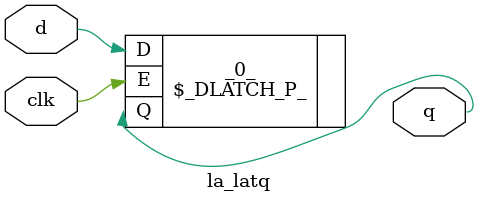
<source format=v>

module la_latq(d, clk, q);
  input clk;
  input d;
  output q;
  \$_DLATCH_P_  _0_ (
    .D(d),
    .E(clk),
    .Q(q)
  );
endmodule

</source>
